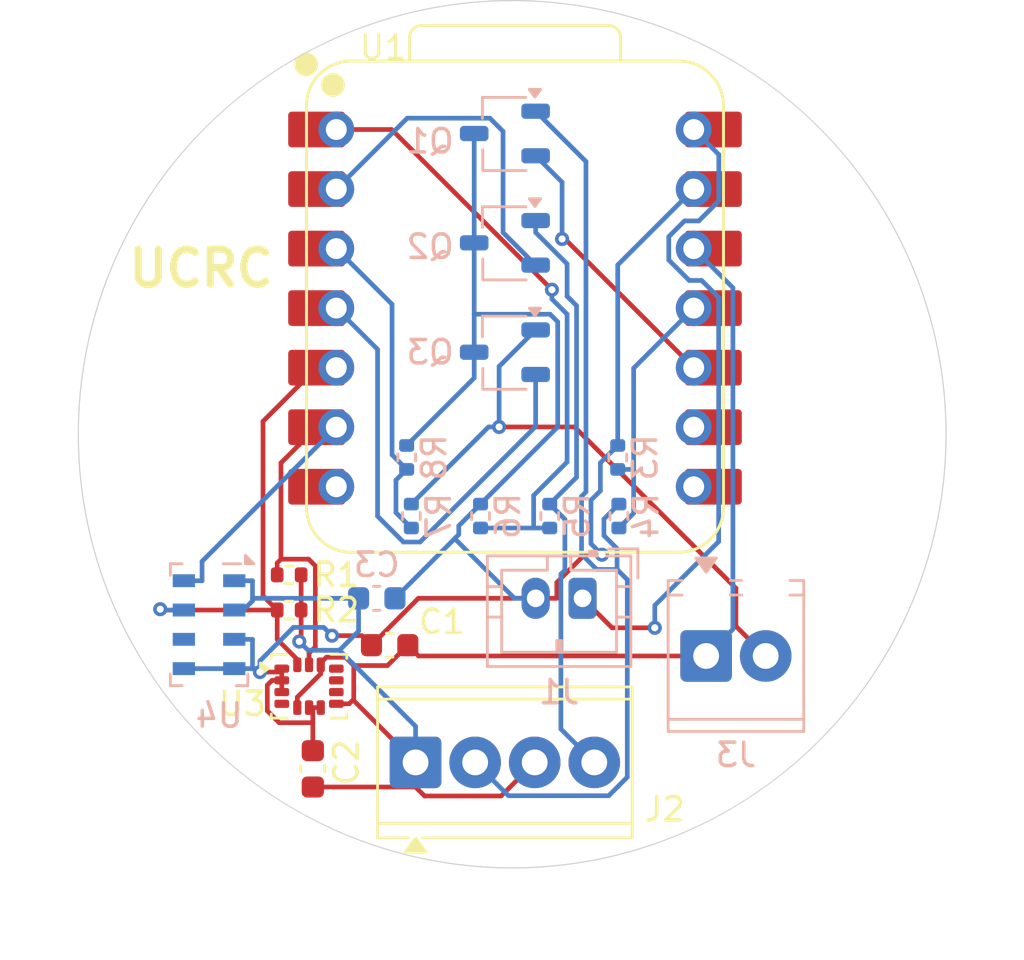
<source format=kicad_pcb>
(kicad_pcb (version 20241229) (generator "pcbnew") (generator_version "9.0")
  (layers (0 "F.Cu" signal) (2 "B.Cu" signal) (13 "F.Paste" user) (15 "B.Paste" user) (5 "F.SilkS" user "F.Silkscreen") (7 "B.SilkS" user "B.Silkscreen") (1 "F.Mask" user) (3 "B.Mask" user) (25 "Edge.Cuts" user))
  (net 0 "")
  (net 1 "+3.3V")
  (net 2 "-BATT")
  (net 3 "+BATT")
  (net 4 "/APPO")
  (net 5 "/MAIN")
  (net 6 "/MOTOR")
  (net 7 "/IGNIT 1")
  (net 8 "/IGNIT 2")
  (net 9 "/IGNIT 3")
  (net 10 "/SCL")
  (net 11 "/SDA")
  (net 12 "/CONT 1")
  (net 13 "/CONT 2")
  (net 14 "/CONT 3")
  (footprint "Capacitor_SMD:C_0603_1608Metric" (layer "F.Cu") (at 200.775 76.5)
    (property "Reference" "C1" (at 2.225 -1 0) (layer "F.SilkS"))
    (property "Value" "100nF")
    (fp_line (start -0.14058 -0.51) (end 0.14058 -0.51) (stroke (width 0.12)) (layer "F.SilkS"))
    (fp_line (start -0.14058 0.51) (end 0.14058 0.51) (stroke (width 0.12)) (layer "F.SilkS"))
    (pad "1" smd roundrect (at -0.775 0) (size 0.9 0.95) (layers "F.Cu" "F.Mask" "F.Paste") (net 2 "-BATT"))
    (pad "2" smd roundrect (at 0.775 0) (size 0.9 0.95) (layers "F.Cu" "F.Mask" "F.Paste") (net 1 "+3.3V"))
  )
  (footprint "Resistor_SMD:R_0402_1005Metric" (layer "F.Cu") (at 196.49 73.5)
    (property "Reference" "R1" (at 2.01 0 0) (layer "F.SilkS"))
    (property "Value" "10K")
    (fp_line (start -0.153641 -0.38) (end 0.153641 -0.38) (stroke (width 0.12)) (layer "F.SilkS"))
    (fp_line (start -0.153641 0.38) (end 0.153641 0.38) (stroke (width 0.12)) (layer "F.SilkS"))
    (pad "1" smd roundrect (at -0.51 0) (size 0.54 0.64) (layers "F.Cu" "F.Mask" "F.Paste") (net 10 "/SCL"))
    (pad "2" smd roundrect (at 0.51 0) (size 0.54 0.64) (layers "F.Cu" "F.Mask" "F.Paste") (net 1 "+3.3V"))
  )
  (footprint "Package_LGA:LGA-14_3x2.5mm_P0.5mm_LayoutBorder3x4y" (layer "F.Cu") (at 197.3375 78.25)
    (property "Reference" "U3" (at -2.8375 0.75 0) (layer "F.SilkS"))
    (property "Value" "LSM6DSO32")
    (fp_line (start -1.61 -1.36) (end -0.935 -1.36) (stroke (width 0.12)) (layer "F.SilkS"))
    (fp_line (start -1.61 -1.185) (end -1.61 -1.36) (stroke (width 0.12)) (layer "F.SilkS"))
    (fp_line (start -1.61 1.36) (end -1.61 1.185) (stroke (width 0.12)) (layer "F.SilkS"))
    (fp_line (start -0.935 1.36) (end -1.61 1.36) (stroke (width 0.12)) (layer "F.SilkS"))
    (fp_line (start 0.935 -1.36) (end 1.61 -1.36) (stroke (width 0.12)) (layer "F.SilkS"))
    (fp_line (start 1.61 -1.36) (end 1.61 -1.185) (stroke (width 0.12)) (layer "F.SilkS"))
    (fp_line (start 1.61 1.185) (end 1.61 1.36) (stroke (width 0.12)) (layer "F.SilkS"))
    (fp_line (start 1.61 1.36) (end 0.935 1.36) (stroke (width 0.12)) (layer "F.SilkS"))
    (fp_poly (pts (xy -1.74 -0.75) (xy -2.07 -0.51) (xy -2.07 -0.99)) (stroke (width 0.12)) (fill yes) (layer "F.SilkS"))
    (pad "1" smd roundrect (at -1.1625 -0.75) (size 0.625 0.35) (layers "F.Cu" "F.Mask" "F.Paste") (net 2 "-BATT"))
    (pad "2" smd roundrect (at -1.1625 -0.25) (size 0.625 0.35) (layers "F.Cu" "F.Mask" "F.Paste") (net 2 "-BATT"))
    (pad "3" smd roundrect (at -1.1625 0.25) (size 0.625 0.35) (layers "F.Cu" "F.Mask" "F.Paste") (net 2 "-BATT"))
    (pad "4" smd roundrect (at -1.1625 0.75) (size 0.625 0.35) (layers "F.Cu" "F.Mask" "F.Paste"))
    (pad "5" smd roundrect (at -0.5 0.9125) (size 0.35 0.625) (layers "F.Cu" "F.Mask" "F.Paste") (net 1 "+3.3V"))
    (pad "6" smd roundrect (at 0 0.9125) (size 0.35 0.625) (layers "F.Cu" "F.Mask" "F.Paste") (net 2 "-BATT"))
    (pad "7" smd roundrect (at 0.5 0.9125) (size 0.35 0.625) (layers "F.Cu" "F.Mask" "F.Paste") (net 2 "-BATT"))
    (pad "8" smd roundrect (at 1.1625 0.75) (size 0.625 0.35) (layers "F.Cu" "F.Mask" "F.Paste") (net 1 "+3.3V"))
    (pad "9" smd roundrect (at 1.1625 0.25) (size 0.625 0.35) (layers "F.Cu" "F.Mask" "F.Paste"))
    (pad "10" smd roundrect (at 1.1625 -0.25) (size 0.625 0.35) (layers "F.Cu" "F.Mask" "F.Paste"))
    (pad "11" smd roundrect (at 1.1625 -0.75) (size 0.625 0.35) (layers "F.Cu" "F.Mask" "F.Paste"))
    (pad "12" smd roundrect (at 0.5 -0.9125) (size 0.35 0.625) (layers "F.Cu" "F.Mask" "F.Paste") (net 1 "+3.3V"))
    (pad "13" smd roundrect (at 0 -0.9125) (size 0.35 0.625) (layers "F.Cu" "F.Mask" "F.Paste") (net 10 "/SCL"))
    (pad "14" smd roundrect (at -0.5 -0.9125) (size 0.35 0.625) (layers "F.Cu" "F.Mask" "F.Paste") (net 11 "/SDA"))
  )
  (footprint "TerminalBlock_Phoenix:TerminalBlock_Phoenix_MPT-0,5-4-2.54_1x04_P2.54mm_Horizontal" (layer "F.Cu") (at 201.88 81.5)
    (property "Reference" "J2" (at 10.62 2 0) (layer "F.SilkS"))
    (property "Value" "Top Screw Terminal")
    (fp_line (start -1.62 -3.22) (end 9.24 -3.22) (stroke (width 0.12)) (layer "F.SilkS"))
    (fp_line (start -1.62 -2.7) (end 9.24 -2.7) (stroke (width 0.12)) (layer "F.SilkS"))
    (fp_line (start -1.62 2.6) (end 9.24 2.6) (stroke (width 0.12)) (layer "F.SilkS"))
    (fp_line (start -1.62 3.22) (end -1.62 -3.22) (stroke (width 0.12)) (layer "F.SilkS"))
    (fp_line (start -0.3 3.22) (end -1.62 3.22) (stroke (width 0.12)) (layer "F.SilkS"))
    (fp_line (start 9.24 -3.22) (end 9.24 3.22) (stroke (width 0.12)) (layer "F.SilkS"))
    (fp_line (start 9.24 3.22) (end 0.3 3.22) (stroke (width 0.12)) (layer "F.SilkS"))
    (fp_poly (pts (xy 0 3.22) (xy 0.44 3.83) (xy -0.44 3.83)) (stroke (width 0.12)) (fill yes) (layer "F.SilkS"))
    (pad "1" thru_hole roundrect (at 0 0) (size 2.2 2.2) (drill 1.1) (layers "*.Cu" "*.Mask") (roundrect_rratio 0.113636) (net 1 "+3.3V"))
    (pad "2" thru_hole circle (at 2.54 0) (size 2.2 2.2) (drill 1.1) (layers "*.Cu" "*.Mask") (net 4 "/APPO"))
    (pad "3" thru_hole circle (at 5.08 0) (size 2.2 2.2) (drill 1.1) (layers "*.Cu" "*.Mask") (net 1 "+3.3V"))
    (pad "4" thru_hole circle (at 7.62 0) (size 2.2 2.2) (drill 1.1) (layers "*.Cu" "*.Mask") (net 5 "/MAIN"))
  )
  (footprint "Capacitor_SMD:C_0603_1608Metric" (layer "F.Cu") (at 197.5 81.775 -90)
    (property "Reference" "C2" (at -0.275 -1.43 90) (layer "F.SilkS"))
    (property "Value" "100nF")
    (fp_line (start -0.14058 0.51) (end 0.14058 0.51) (stroke (width 0.12)) (layer "F.SilkS"))
    (fp_line (start -0.14058 -0.51) (end 0.14058 -0.51) (stroke (width 0.12)) (layer "F.SilkS"))
    (pad "1" smd roundrect (at -0.775 0 270) (size 0.9 0.95) (layers "F.Cu" "F.Mask" "F.Paste") (net 2 "-BATT"))
    (pad "2" smd roundrect (at 0.775 0 270) (size 0.9 0.95) (layers "F.Cu" "F.Mask" "F.Paste") (net 1 "+3.3V"))
  )
  (footprint "MountingHole:MountingHole_5mm" (layer "F.Cu") (at 220.5 67.5)
    (property "Reference" "REF**" (hide yes))
    (property "Value" "MountingHole_5mm")
    (pad "" np_thru_hole circle (at 0 0) (size 5 5) (drill 5) (layers "*.Cu" "*.Mask"))
  )
  (footprint "MountingHole:MountingHole_5mm" (layer "F.Cu") (at 191.5 67.5)
    (property "Reference" "Trust" (hide yes))
    (property "Value" "MountingHole_5mm")
    (pad "" np_thru_hole circle (at 0 0) (size 5 5) (drill 5) (layers "*.Cu" "*.Mask"))
  )
  (footprint "Resistor_SMD:R_0402_1005Metric" (layer "F.Cu") (at 196.49 75)
    (property "Reference" "R2" (at 2.01 0 0) (layer "F.SilkS"))
    (property "Value" "10K")
    (fp_line (start -0.153641 -0.38) (end 0.153641 -0.38) (stroke (width 0.12)) (layer "F.SilkS"))
    (fp_line (start -0.153641 0.38) (end 0.153641 0.38) (stroke (width 0.12)) (layer "F.SilkS"))
    (pad "1" smd roundrect (at -0.51 0) (size 0.54 0.64) (layers "F.Cu" "F.Mask" "F.Paste") (net 11 "/SDA"))
    (pad "2" smd roundrect (at 0.51 0) (size 0.54 0.64) (layers "F.Cu" "F.Mask" "F.Paste") (net 1 "+3.3V"))
  )
  (footprint "Seeed Studio XIAO Series Library:XIAO-ESP32S3-DIP" (layer "F.Cu") (at 206.12 62.12)
    (property "Reference" "U1" (at -5.62 -11.12 0) (layer "F.SilkS") (effects (font (thickness 0.125))))
    (property "Value" "XIAO-ESP32-S3-SMD")
    (fp_line (start -8.89 8.509) (end -8.89 -8.636) (stroke (width 0.127)) (layer "F.SilkS"))
    (fp_line (start -6.985 10.414) (end 6.985 10.414) (stroke (width 0.127)) (layer "F.SilkS"))
    (fp_line (start -4.495 -10.541) (end -4.491272 -11.551272) (stroke (width 0.127)) (layer "F.SilkS"))
    (fp_line (start -3.991272 -12.051) (end 4.004 -12.051) (stroke (width 0.127)) (layer "F.SilkS"))
    (fp_line (start 4.504 -11.551) (end 4.504 -10.541) (stroke (width 0.127)) (layer "F.SilkS"))
    (fp_line (start 6.985 -10.541) (end -6.985 -10.541) (stroke (width 0.1)) (layer "F.SilkS"))
    (fp_line (start 6.985 -10.541) (end -6.985 -10.541) (stroke (width 0.127)) (layer "F.SilkS"))
    (fp_line (start 8.89 8.509) (end 8.89 -8.636) (stroke (width 0.127)) (layer "F.SilkS"))
    (fp_arc (start -8.89 -8.636) (mid -8.332038 -9.983038) (end -6.985 -10.541) (stroke (width 0.127)) (layer "F.SilkS"))
    (fp_arc (start -6.985 10.414) (mid -8.332038 9.856038) (end -8.89 8.509) (stroke (width 0.127)) (layer "F.SilkS"))
    (fp_arc (start -4.491272 -11.551272) (mid -4.344728 -11.90464) (end -3.991272 -12.051) (stroke (width 0.127)) (layer "F.SilkS"))
    (fp_arc (start 4.004 -12.051) (mid 4.357553 -11.904553) (end 4.504 -11.551) (stroke (width 0.127)) (layer "F.SilkS"))
    (fp_arc (start 6.985 -10.541) (mid 8.332038 -9.983038) (end 8.89 -8.636) (stroke (width 0.127)) (layer "F.SilkS"))
    (fp_arc (start 8.89 8.509) (mid 8.332038 9.856038) (end 6.985 10.414) (stroke (width 0.127)) (layer "F.SilkS"))
    (fp_circle (center -8.904 -10.4) (end -8.904 -10.654) (stroke (width 0.5)) (fill yes) (layer "F.SilkS"))
    (fp_circle (center -7.761 -9.52) (end -7.761 -9.774) (stroke (width 0.5)) (fill yes) (layer "F.SilkS"))
    (pad "1" smd roundrect (at -8.455 -7.62 180) (size 2.432 1.524) (layers "F.Cu" "F.Mask") (roundrect_rratio 0.1) (net 13 "/CONT 2"))
    (pad "1" thru_hole circle (at -7.62 -7.62 180) (size 1.524 1.524) (drill 0.889) (layers "*.Cu" "*.Mask") (net 13 "/CONT 2"))
    (pad "2" smd roundrect (at -8.455 -5.08 180) (size 2.432 1.524) (layers "F.Cu" "F.Mask") (roundrect_rratio 0.1) (net 8 "/IGNIT 2"))
    (pad "2" thru_hole circle (at -7.62 -5.08 180) (size 1.524 1.524) (drill 0.889) (layers "*.Cu" "*.Mask") (net 8 "/IGNIT 2"))
    (pad "3" smd roundrect (at -8.455 -2.54 180) (size 2.432 1.524) (layers "F.Cu" "F.Mask") (roundrect_rratio 0.1) (net 14 "/CONT 3"))
    (pad "3" thru_hole circle (at -7.62 -2.54 180) (size 1.524 1.524) (drill 0.889) (layers "*.Cu" "*.Mask") (net 14 "/CONT 3"))
    (pad "4" smd roundrect (at -8.455 0 180) (size 2.432 1.524) (layers "F.Cu" "F.Mask") (roundrect_rratio 0.1) (net 9 "/IGNIT 3"))
    (pad "4" thru_hole circle (at -7.62 0 180) (size 1.524 1.524) (drill 0.889) (layers "*.Cu" "*.Mask") (net 9 "/IGNIT 3"))
    (pad "5" smd roundrect (at -8.455 2.54 180) (size 2.432 1.524) (layers "F.Cu" "F.Mask") (roundrect_rratio 0.1) (net 11 "/SDA"))
    (pad "5" thru_hole circle (at -7.62 2.54 180) (size 1.524 1.524) (drill 0.889) (layers "*.Cu" "*.Mask") (net 11 "/SDA"))
    (pad "6" smd roundrect (at -8.455 5.08 180) (size 2.432 1.524) (layers "F.Cu" "F.Mask") (roundrect_rratio 0.1) (net 10 "/SCL"))
    (pad "6" thru_hole circle (at -7.62 5.08 180) (size 1.524 1.524) (drill 0.889) (layers "*.Cu" "*.Mask") (net 10 "/SCL"))
    (pad "7" smd roundrect (at -8.455 7.62 180) (size 2.432 1.524) (layers "F.Cu" "F.Mask") (roundrect_rratio 0.1))
    (pad "7" thru_hole circle (at -7.62 7.62 180) (size 1.524 1.524) (drill 0.889) (layers "*.Cu" "*.Mask"))
    (pad "8" thru_hole circle (at 7.62 7.62) (size 1.524 1.524) (drill 0.889) (layers "*.Cu" "*.Mask"))
    (pad "8" smd roundrect (at 8.455 7.62) (size 2.432 1.524) (layers "F.Cu" "F.Mask") (roundrect_rratio 0.1))
    (pad "9" thru_hole circle (at 7.62 5.08) (size 1.524 1.524) (drill 0.889) (layers "*.Cu" "*.Mask"))
    (pad "9" smd roundrect (at 8.455 5.08) (size 2.432 1.524) (layers "F.Cu" "F.Mask") (roundrect_rratio 0.1))
    (pad "10" thru_hole circle (at 7.62 2.54) (size 1.524 1.524) (drill 0.889) (layers "*.Cu" "*.Mask") (net 7 "/IGNIT 1"))
    (pad "10" smd roundrect (at 8.455 2.54) (size 2.432 1.524) (layers "F.Cu" "F.Mask") (roundrect_rratio 0.1) (net 7 "/IGNIT 1"))
    (pad "11" thru_hole circle (at 7.62 0) (size 1.524 1.524) (drill 0.889) (layers "*.Cu" "*.Mask") (net 12 "/CONT 1"))
    (pad "11" smd roundrect (at 8.455 0) (size 2.432 1.524) (layers "F.Cu" "F.Mask") (roundrect_rratio 0.1) (net 12 "/CONT 1"))
    (pad "12" thru_hole circle (at 7.62 -2.54) (size 1.524 1.524) (drill 0.889) (layers "*.Cu" "*.Mask") (net 1 "+3.3V"))
    (pad "12" smd roundrect (at 8.455 -2.54) (size 2.432 1.524) (layers "F.Cu" "F.Mask") (roundrect_rratio 0.1) (net 1 "+3.3V"))
    (pad "13" thru_hole circle (at 7.62 -5.08) (size 1.524 1.524) (drill 0.889) (layers "*.Cu" "*.Mask") (net 2 "-BATT"))
    (pad "13" smd roundrect (at 8.455 -5.08) (size 2.432 1.524) (layers "F.Cu" "F.Mask") (roundrect_rratio 0.1) (net 2 "-BATT"))
    (pad "14" thru_hole circle (at 7.62 -7.62) (size 1.524 1.524) (drill 0.889) (layers "*.Cu" "*.Mask") (net 3 "+BATT"))
    (pad "14" smd roundrect (at 8.455 -7.62) (size 2.432 1.524) (layers "F.Cu" "F.Mask") (roundrect_rratio 0.1) (net 3 "+BATT"))
  )
  (footprint "Resistor_SMD:R_0402_1005Metric" (layer "B.Cu") (at 210.55 70.99 90)
    (property "Reference" "R4" (at 0 1.17 90) (layer "B.SilkS") (effects (justify mirror)))
    (property "Value" "10K")
    (fp_line (start -0.153641 -0.38) (end 0.153641 -0.38) (stroke (width 0.12)) (layer "B.SilkS"))
    (fp_line (start -0.153641 0.38) (end 0.153641 0.38) (stroke (width 0.12)) (layer "B.SilkS"))
    (pad "1" smd roundrect (at -0.51 0 90) (size 0.54 0.64) (layers "B.Cu" "B.Mask" "B.Paste") (net 12 "/CONT 1"))
    (pad "2" smd roundrect (at 0.51 0 90) (size 0.54 0.64) (layers "B.Cu" "B.Mask" "B.Paste") (net 4 "/APPO"))
  )
  (footprint "Resistor_SMD:R_0402_1005Metric" (layer "B.Cu") (at 201.5 68.49 90)
    (property "Reference" "R8" (at 0 1.17 90) (layer "B.SilkS") (effects (justify mirror)))
    (property "Value" "10K")
    (fp_line (start -0.153641 -0.38) (end 0.153641 -0.38) (stroke (width 0.12)) (layer "B.SilkS"))
    (fp_line (start -0.153641 0.38) (end 0.153641 0.38) (stroke (width 0.12)) (layer "B.SilkS"))
    (pad "1" smd roundrect (at -0.51 0 90) (size 0.54 0.64) (layers "B.Cu" "B.Mask" "B.Paste") (net 14 "/CONT 3"))
    (pad "2" smd roundrect (at 0.51 0 90) (size 0.54 0.64) (layers "B.Cu" "B.Mask" "B.Paste") (net 2 "-BATT"))
  )
  (footprint "Resistor_SMD:R_0402_1005Metric" (layer "B.Cu") (at 207.6 70.99 90)
    (property "Reference" "R5" (at 0 1.17 90) (layer "B.SilkS") (effects (justify mirror)))
    (property "Value" "10K")
    (fp_line (start -0.153641 -0.38) (end 0.153641 -0.38) (stroke (width 0.12)) (layer "B.SilkS"))
    (fp_line (start -0.153641 0.38) (end 0.153641 0.38) (stroke (width 0.12)) (layer "B.SilkS"))
    (pad "1" smd roundrect (at -0.51 0 90) (size 0.54 0.64) (layers "B.Cu" "B.Mask" "B.Paste") (net 13 "/CONT 2"))
    (pad "2" smd roundrect (at 0.51 0 90) (size 0.54 0.64) (layers "B.Cu" "B.Mask" "B.Paste") (net 5 "/MAIN"))
  )
  (footprint "Package_LGA:LGA-8_3x5mm_P1.25mm" (layer "B.Cu") (at 193.075 75.625 180)
    (property "Reference" "U4" (at -0.425 -3.875 0) (layer "B.SilkS") (effects (justify mirror)))
    (property "Value" "MS5611-01BA")
    (fp_line (start 1.65 2.6) (end 1.65 2.1) (stroke (width 0.12)) (layer "B.SilkS"))
    (fp_line (start 1.65 -2.1) (end 1.65 -2.6) (stroke (width 0.12)) (layer "B.SilkS"))
    (fp_line (start 1.65 -2.6) (end 1.15 -2.6) (stroke (width 0.12)) (layer "B.SilkS"))
    (fp_line (start 1.15 2.6) (end 1.65 2.6) (stroke (width 0.12)) (layer "B.SilkS"))
    (fp_line (start -1.15 -2.6) (end -1.65 -2.6) (stroke (width 0.12)) (layer "B.SilkS"))
    (fp_line (start -1.35 2.6) (end -0.6 2.6) (stroke (width 0.12)) (layer "B.SilkS"))
    (fp_line (start -1.65 -2.6) (end -1.65 -2.1) (stroke (width 0.12)) (layer "B.SilkS"))
    (fp_poly (pts (xy -1.55 2.6) (xy -1.91 2.6) (xy -1.55 2.96) (xy -1.55 2.6)) (stroke (width 0.12)) (fill yes) (layer "B.SilkS"))
    (pad "1" smd rect (at -1.075 1.875 180) (size 0.95 0.55) (layers "B.Cu" "B.Mask" "B.Paste") (net 1 "+3.3V"))
    (pad "2" smd rect (at -1.075 0.625 180) (size 0.95 0.55) (layers "B.Cu" "B.Mask" "B.Paste") (net 1 "+3.3V"))
    (pad "3" smd rect (at -1.075 -0.625 180) (size 0.95 0.55) (layers "B.Cu" "B.Mask" "B.Paste") (net 2 "-BATT"))
    (pad "4" smd rect (at -1.075 -1.875 180) (size 0.95 0.55) (layers "B.Cu" "B.Mask" "B.Paste") (net 2 "-BATT"))
    (pad "5" smd rect (at 1.075 -1.875 180) (size 0.95 0.55) (layers "B.Cu" "B.Mask" "B.Paste") (net 2 "-BATT"))
    (pad "6" smd rect (at 1.075 -0.625 180) (size 0.95 0.55) (layers "B.Cu" "B.Mask" "B.Paste"))
    (pad "7" smd rect (at 1.075 0.625 180) (size 0.95 0.55) (layers "B.Cu" "B.Mask" "B.Paste") (net 11 "/SDA"))
    (pad "8" smd rect (at 1.075 1.875 180) (size 0.95 0.55) (layers "B.Cu" "B.Mask" "B.Paste") (net 10 "/SCL"))
  )
  (footprint "TerminalBlock_Phoenix:TerminalBlock_Phoenix_MPT-0,5-2-2.54_1x02_P2.54mm_Horizontal" (layer "B.Cu") (at 214.2697 76.96)
    (property "Reference" "J3" (at 1.27 4.22 0) (layer "B.SilkS") (effects (justify mirror)))
    (property "Value" "Bottom Screw Terminal")
    (fp_line (start -1.62 -3.22) (end -1.62 3.22) (stroke (width 0.12)) (layer "B.SilkS"))
    (fp_line (start -1.62 -2.6) (end -1.03 -2.6) (stroke (width 0.12)) (layer "B.SilkS"))
    (fp_line (start -1.62 2.7) (end 4.16 2.7) (stroke (width 0.12)) (layer "B.SilkS"))
    (fp_line (start -1.62 3.22) (end 4.16 3.22) (stroke (width 0.12)) (layer "B.SilkS"))
    (fp_line (start -1.03 -3.22) (end -1.62 -3.22) (stroke (width 0.12)) (layer "B.SilkS"))
    (fp_line (start 1.03 -2.6) (end 1.51 -2.6) (stroke (width 0.12)) (layer "B.SilkS"))
    (fp_line (start 1.51 -3.22) (end 1.03 -3.22) (stroke (width 0.12)) (layer "B.SilkS"))
    (fp_line (start 3.57 -2.6) (end 4.16 -2.6) (stroke (width 0.12)) (layer "B.SilkS"))
    (fp_line (start 4.16 -3.22) (end 3.57 -3.22) (stroke (width 0.12)) (layer "B.SilkS"))
    (fp_line (start 4.16 3.22) (end 4.16 -3.22) (stroke (width 0.12)) (layer "B.SilkS"))
    (fp_poly (pts (xy 0 -3.57) (xy 0.44 -4.18) (xy -0.44 -4.18)) (stroke (width 0.12)) (fill yes) (layer "B.SilkS"))
    (pad "" np_thru_hole circle (at 0 -2.54) (size 1.1 1.1) (drill 1.1) (layers "*.Cu" "*.Mask"))
    (pad "" np_thru_hole circle (at 2.54 -2.54) (size 1.1 1.1) (drill 1.1) (layers "*.Cu" "*.Mask"))
    (pad "1" thru_hole roundrect (at 0 0) (size 2.2 2.2) (drill 1.1) (layers "*.Cu" "*.Mask") (roundrect_rratio 0.113636) (net 1 "+3.3V"))
    (pad "2" thru_hole circle (at 2.54 0) (size 2.2 2.2) (drill 1.1) (layers "*.Cu" "*.Mask") (net 6 "/MOTOR"))
  )
  (footprint "Connector_JST:JST_PH_B2B-PH-K_1x02_P2.00mm_Vertical" (layer "B.Cu") (at 209 74.5 180)
    (property "Reference" "J1" (at 1 -4 0) (layer "B.SilkS") (effects (justify mirror)))
    (property "Value" "Battery Connector")
    (fp_line (start 4.06 1.81) (end -2.06 1.81) (stroke (width 0.12)) (layer "B.SilkS"))
    (fp_line (start 4.06 0.5) (end 3.45 0.5) (stroke (width 0.12)) (layer "B.SilkS"))
    (fp_line (start 4.06 -0.8) (end 3.45 -0.8) (stroke (width 0.12)) (layer "B.SilkS"))
    (fp_line (start 4.06 -2.91) (end 4.06 1.81) (stroke (width 0.12)) (layer "B.SilkS"))
    (fp_line (start 3.45 1.2) (end 1.5 1.2) (stroke (width 0.12)) (layer "B.SilkS"))
    (fp_line (start 3.45 -2.3) (end 3.45 1.2) (stroke (width 0.12)) (layer "B.SilkS"))
    (fp_line (start 1.5 1.2) (end 1.5 1.81) (stroke (width 0.12)) (layer "B.SilkS"))
    (fp_line (start 1.1 -1.8) (end 1.1 -2.3) (stroke (width 0.12)) (layer "B.SilkS"))
    (fp_line (start 1 -2.3) (end 1 -1.8) (stroke (width 0.12)) (layer "B.SilkS"))
    (fp_line (start 0.9 -1.8) (end 1.1 -1.8) (stroke (width 0.12)) (layer "B.SilkS"))
    (fp_line (start 0.9 -2.3) (end 0.9 -1.8) (stroke (width 0.12)) (layer "B.SilkS"))
    (fp_line (start 0.5 1.81) (end 0.5 1.2) (stroke (width 0.12)) (layer "B.SilkS"))
    (fp_line (start 0.5 1.2) (end -1.45 1.2) (stroke (width 0.12)) (layer "B.SilkS"))
    (fp_line (start -0.3 2.01) (end -0.6 2.01) (stroke (width 0.12)) (layer "B.SilkS"))
    (fp_line (start -0.3 1.91) (end -0.6 1.91) (stroke (width 0.12)) (layer "B.SilkS"))
    (fp_line (start -0.3 1.81) (end -0.3 2.01) (stroke (width 0.12)) (layer "B.SilkS"))
    (fp_line (start -0.6 2.01) (end -0.6 1.81) (stroke (width 0.12)) (layer "B.SilkS"))
    (fp_line (start -1.11 2.11) (end -2.36 2.11) (stroke (width 0.12)) (layer "B.SilkS"))
    (fp_line (start -1.45 1.2) (end -1.45 -2.3) (stroke (width 0.12)) (layer "B.SilkS"))
    (fp_line (start -1.45 -2.3) (end 3.45 -2.3) (stroke (width 0.12)) (layer "B.SilkS"))
    (fp_line (start -2.06 1.81) (end -2.06 -2.91) (stroke (width 0.12)) (layer "B.SilkS"))
    (fp_line (start -2.06 0.5) (end -1.45 0.5) (stroke (width 0.12)) (layer "B.SilkS"))
    (fp_line (start -2.06 -0.8) (end -1.45 -0.8) (stroke (width 0.12)) (layer "B.SilkS"))
    (fp_line (start -2.06 -2.91) (end 4.06 -2.91) (stroke (width 0.12)) (layer "B.SilkS"))
    (fp_line (start -2.36 2.11) (end -2.36 0.86) (stroke (width 0.12)) (layer "B.SilkS"))
    (pad "1" thru_hole roundrect (at 0 0 180) (size 1.2 1.75) (drill 0.75) (layers "*.Cu" "*.Mask") (roundrect_rratio 0.208333) (net 3 "+BATT"))
    (pad "2" thru_hole oval (at 2 0 180) (size 1.2 1.75) (drill 0.75) (layers "*.Cu" "*.Mask") (net 2 "-BATT"))
  )
  (footprint "Resistor_SMD:R_0402_1005Metric" (layer "B.Cu") (at 204.65 70.99 90)
    (property "Reference" "R6" (at 0 1.17 90) (layer "B.SilkS") (effects (justify mirror)))
    (property "Value" "10K")
    (fp_line (start -0.153641 -0.38) (end 0.153641 -0.38) (stroke (width 0.12)) (layer "B.SilkS"))
    (fp_line (start -0.153641 0.38) (end 0.153641 0.38) (stroke (width 0.12)) (layer "B.SilkS"))
    (pad "1" smd roundrect (at -0.51 0 90) (size 0.54 0.64) (layers "B.Cu" "B.Mask" "B.Paste") (net 13 "/CONT 2"))
    (pad "2" smd roundrect (at 0.51 0 90) (size 0.54 0.64) (layers "B.Cu" "B.Mask" "B.Paste") (net 2 "-BATT"))
  )
  (footprint "Resistor_SMD:R_0402_1005Metric" (layer "B.Cu") (at 210.5 68.49 90)
    (property "Reference" "R3" (at 0 1.17 90) (layer "B.SilkS") (effects (justify mirror)))
    (property "Value" "10K")
    (fp_line (start -0.153641 -0.38) (end 0.153641 -0.38) (stroke (width 0.12)) (layer "B.SilkS"))
    (fp_line (start -0.153641 0.38) (end 0.153641 0.38) (stroke (width 0.12)) (layer "B.SilkS"))
    (pad "1" smd roundrect (at -0.51 0 90) (size 0.54 0.64) (layers "B.Cu" "B.Mask" "B.Paste") (net 12 "/CONT 1"))
    (pad "2" smd roundrect (at 0.51 0 90) (size 0.54 0.64) (layers "B.Cu" "B.Mask" "B.Paste") (net 2 "-BATT"))
  )
  (footprint "Capacitor_SMD:C_0603_1608Metric" (layer "B.Cu") (at 200.225 74.5 180)
    (property "Reference" "C3" (at 0 1.43 0) (layer "B.SilkS") (effects (justify mirror)))
    (property "Value" "100nF")
    (fp_line (start -0.14058 0.51) (end 0.14058 0.51) (stroke (width 0.12)) (layer "B.SilkS"))
    (fp_line (start -0.14058 -0.51) (end 0.14058 -0.51) (stroke (width 0.12)) (layer "B.SilkS"))
    (pad "1" smd roundrect (at -0.775 0 180) (size 0.9 0.95) (layers "B.Cu" "B.Mask" "B.Paste") (net 2 "-BATT"))
    (pad "2" smd roundrect (at 0.775 0 180) (size 0.9 0.95) (layers "B.Cu" "B.Mask" "B.Paste") (net 1 "+3.3V"))
  )
  (footprint "Package_TO_SOT_SMD:TSOT-23" (layer "B.Cu") (at 205.69 64 180)
    (property "Reference" "Q3" (at 3.19 0 0) (layer "B.SilkS") (effects (justify mirror)))
    (property "Value" "Q_NMOS_DGS")
    (fp_line (start 0.96 1.54) (end 0.96 0.65) (stroke (width 0.12)) (layer "B.SilkS"))
    (fp_line (start 0.96 1.54) (end -0.89 1.54) (stroke (width 0.12)) (layer "B.SilkS"))
    (fp_line (start 0.945 -0.69) (end 0.945 -1.58) (stroke (width 0.12)) (layer "B.SilkS"))
    (fp_line (start 0.945 -1.58) (end -0.905 -1.58) (stroke (width 0.12)) (layer "B.SilkS"))
    (fp_poly (pts (xy -1.28 1.55) (xy -1.52 1.88) (xy -1.04 1.88) (xy -1.28 1.55)) (stroke (width 0.12)) (fill yes) (layer "B.SilkS"))
    (pad "1" smd roundrect (at -1.31 0.95 180) (size 1.22 0.65) (layers "B.Cu" "B.Mask" "B.Paste") (net 6 "/MOTOR"))
    (pad "2" smd roundrect (at -1.31 -0.95 180) (size 1.22 0.65) (layers "B.Cu" "B.Mask" "B.Paste") (net 9 "/IGNIT 3"))
    (pad "3" smd roundrect (at 1.31 0 180) (size 1.22 0.65) (layers "B.Cu" "B.Mask" "B.Paste") (net 2 "-BATT"))
  )
  (footprint "Package_TO_SOT_SMD:TSOT-23" (layer "B.Cu") (at 205.69 54.67 180)
    (property "Reference" "Q1" (at 3.19 -0.33 0) (layer "B.SilkS") (effects (justify mirror)))
    (property "Value" "Q_NMOS_DGS")
    (fp_line (start 0.96 1.54) (end 0.96 0.65) (stroke (width 0.12)) (layer "B.SilkS"))
    (fp_line (start 0.96 1.54) (end -0.89 1.54) (stroke (width 0.12)) (layer "B.SilkS"))
    (fp_line (start 0.945 -0.69) (end 0.945 -1.58) (stroke (width 0.12)) (layer "B.SilkS"))
    (fp_line (start 0.945 -1.58) (end -0.905 -1.58) (stroke (width 0.12)) (layer "B.SilkS"))
    (fp_poly (pts (xy -1.28 1.55) (xy -1.52 1.88) (xy -1.04 1.88) (xy -1.28 1.55)) (stroke (width 0.12)) (fill yes) (layer "B.SilkS"))
    (pad "1" smd roundrect (at -1.31 0.95 180) (size 1.22 0.65) (layers "B.Cu" "B.Mask" "B.Paste") (net 4 "/APPO"))
    (pad "2" smd roundrect (at -1.31 -0.95 180) (size 1.22 0.65) (layers "B.Cu" "B.Mask" "B.Paste") (net 7 "/IGNIT 1"))
    (pad "3" smd roundrect (at 1.31 0 180) (size 1.22 0.65) (layers "B.Cu" "B.Mask" "B.Paste") (net 2 "-BATT"))
  )
  (footprint "Package_TO_SOT_SMD:TSOT-23" (layer "B.Cu") (at 205.69 59.335 180)
    (property "Reference" "Q2" (at 3.19 -0.165 0) (layer "B.SilkS") (effects (justify mirror)))
    (property "Value" "Q_NMOS_DGS")
    (fp_line (start 0.96 1.54) (end 0.96 0.65) (stroke (width 0.12)) (layer "B.SilkS"))
    (fp_line (start 0.96 1.54) (end -0.89 1.54) (stroke (width 0.12)) (layer "B.SilkS"))
    (fp_line (start 0.945 -0.69) (end 0.945 -1.58) (stroke (width 0.12)) (layer "B.SilkS"))
    (fp_line (start 0.945 -1.58) (end -0.905 -1.58) (stroke (width 0.12)) (layer "B.SilkS"))
    (fp_poly (pts (xy -1.28 1.55) (xy -1.52 1.88) (xy -1.04 1.88) (xy -1.28 1.55)) (stroke (width 0.12)) (fill yes) (layer "B.SilkS"))
    (pad "1" smd roundrect (at -1.31 0.95 180) (size 1.22 0.65) (layers "B.Cu" "B.Mask" "B.Paste") (net 5 "/MAIN"))
    (pad "2" smd roundrect (at -1.31 -0.95 180) (size 1.22 0.65) (layers "B.Cu" "B.Mask" "B.Paste") (net 8 "/IGNIT 2"))
    (pad "3" smd roundrect (at 1.31 0 180) (size 1.22 0.65) (layers "B.Cu" "B.Mask" "B.Paste") (net 2 "-BATT"))
  )
  (footprint "Resistor_SMD:R_0402_1005Metric" (layer "B.Cu") (at 201.7 70.99 90)
    (property "Reference" "R7" (at 0 1.17 90) (layer "B.SilkS") (effects (justify mirror)))
    (property "Value" "10K")
    (fp_line (start -0.153641 -0.38) (end 0.153641 -0.38) (stroke (width 0.12)) (layer "B.SilkS"))
    (fp_line (start -0.153641 0.38) (end 0.153641 0.38) (stroke (width 0.12)) (layer "B.SilkS"))
    (pad "1" smd roundrect (at -0.51 0 90) (size 0.54 0.64) (layers "B.Cu" "B.Mask" "B.Paste") (net 14 "/CONT 3"))
    (pad "2" smd roundrect (at 0.51 0 90) (size 0.54 0.64) (layers "B.Cu" "B.Mask" "B.Paste") (net 6 "/MOTOR"))
  )
  (gr_circle (center 206 67.5) (end 224.5 67.5) (stroke (width 0.05)) (fill no) (layer "Edge.Cuts"))
  (gr_text "UCRC" (at 189.5 61.3015 0) (layer "F.SilkS") (effects (font (size 1.5 1.5) (thickness 0.3) (bold yes)) (justify left bottom)))
  (segment (start 197.8375 77.7172) (end 196.8375 78.7172) (width 0.2) (layer "F.Cu") (net 1))
  (segment (start 200.6809 77.3691) (end 199.2441 77.3691) (width 0.2) (layer "F.Cu") (net 1))
  (segment (start 197.8375 77.3375) (end 197.8375 77.7172) (width 0.2) (layer "F.Cu") (net 1))
  (segment (start 201.55 76.5) (end 200.6809 77.3691) (width 0.2) (layer "F.Cu") (net 1))
  (segment (start 214.575 59.58) (end 213.74 59.58) (width 0.2) (layer "F.Cu") (net 1))
  (segment (start 197 76.264) (end 197 75) (width 0.2) (layer "F.Cu") (net 1))
  (segment (start 199.2441 77.3691) (end 199.2441 78.8059) (width 0.2) (layer "F.Cu") (net 1))
  (segment (start 197.8375 77.2568) (end 198.0791 77.0152) (width 0.2) (layer "F.Cu") (net 1))
  (segment (start 199.2441 78.8059) (end 199.215 78.835) (width 0.2) (layer "F.Cu") (net 1))
  (segment (start 206.96 81.5) (end 205.5275 82.9325) (width 0.2) (layer "F.Cu") (net 1))
  (segment (start 196.8375 78.7172) (end 196.8375 79.1625) (width 0.2) (layer "F.Cu") (net 1))
  (segment (start 202.2625 82.9325) (end 201.88 82.55) (width 0.2) (layer "F.Cu") (net 1))
  (segment (start 205.5275 82.9325) (end 202.2625 82.9325) (width 0.2) (layer "F.Cu") (net 1))
  (segment (start 201.88 82.55) (end 197.5 82.55) (width 0.2) (layer "F.Cu") (net 1))
  (segment (start 198.8902 77.0152) (end 199.2441 77.3691) (width 0.2) (layer "F.Cu") (net 1))
  (segment (start 201.88 81.5) (end 201.88 82.55) (width 0.2) (layer "F.Cu") (net 1))
  (segment (start 199.215 78.835) (end 199.05 79) (width 0.2) (layer "F.Cu") (net 1))
  (segment (start 214.2697 76.96) (end 202.01 76.96) (width 0.2) (layer "F.Cu") (net 1))
  (segment (start 196.9218 76.3422) (end 197 76.264) (width 0.2) (layer "F.Cu") (net 1))
  (segment (start 197.8375 77.3375) (end 197.8375 77.2568) (width 0.2) (layer "F.Cu") (net 1))
  (segment (start 201.88 81.5) (end 199.215 78.835) (width 0.2) (layer "F.Cu") (net 1))
  (segment (start 202.01 76.96) (end 201.55 76.5) (width 0.2) (layer "F.Cu") (net 1))
  (segment (start 198.0791 77.0152) (end 198.8902 77.0152) (width 0.2) (layer "F.Cu") (net 1))
  (segment (start 197 73.5) (end 197 75) (width 0.2) (layer "F.Cu") (net 1))
  (segment (start 199.05 79) (end 198.5 79) (width 0.2) (layer "F.Cu") (net 1))
  (via (at 196.9218 76.3422) (size 0.6) (drill 0.3) (layers "F.Cu" "B.Cu") (net 1))
  (segment (start 215.411 75.8187) (end 215.411 61.251) (width 0.2) (layer "B.Cu") (net 1))
  (segment (start 199.45 74.5) (end 199.45 75.902) (width 0.2) (layer "B.Cu") (net 1))
  (segment (start 215.411 61.251) (end 213.74 59.58) (width 0.2) (layer "B.Cu") (net 1))
  (segment (start 194.15 73.75) (end 194.9267 73.75) (width 0.2) (layer "B.Cu") (net 1))
  (segment (start 197.2963 76.7167) (end 196.9218 76.3422) (width 0.2) (layer "B.Cu") (net 1))
  (segment (start 198.6353 76.7167) (end 201.88 79.9614) (width 0.2) (layer "B.Cu") (net 1))
  (segment (start 194.9267 74.6117) (end 194.5384 75) (width 0.2) (layer "B.Cu") (net 1))
  (segment (start 198.6353 76.7167) (end 197.2963 76.7167) (width 0.2) (layer "B.Cu") (net 1))
  (segment (start 194.15 75) (end 194.5384 75) (width 0.2) (layer "B.Cu") (net 1))
  (segment (start 194.9267 74.5) (end 199.45 74.5) (width 0.2) (layer "B.Cu") (net 1))
  (segment (start 214.2697 76.96) (end 215.411 75.8187) (width 0.2) (layer "B.Cu") (net 1))
  (segment (start 199.45 75.902) (end 198.6353 76.7167) (width 0.2) (layer "B.Cu") (net 1))
  (segment (start 201.88 79.9614) (end 201.88 81.5) (width 0.2) (layer "B.Cu") (net 1))
  (segment (start 194.9267 73.75) (end 194.9267 74.5) (width 0.2) (layer "B.Cu") (net 1))
  (segment (start 194.9267 74.5) (end 194.9267 74.6117) (width 0.2) (layer "B.Cu") (net 1))
  (segment (start 197.5 79.8064) (end 197.5 81) (width 0.2) (layer "F.Cu") (net 2))
  (segment (start 197.5 79.1625) (end 197.5 79.8064) (width 0.2) (layer "F.Cu") (net 2))
  (segment (start 209.0851 72.6403) (end 209.8288 72.6403) (width 0.2) (layer "F.Cu") (net 2))
  (segment (start 207.9017 74.5) (end 207.9017 73.8237) (width 0.2) (layer "F.Cu") (net 2))
  (segment (start 207.9017 73.8237) (end 209.0851 72.6403) (width 0.2) (layer "F.Cu") (net 2))
  (segment (start 197.3375 79.1625) (end 197.5 79.1625) (width 0.2) (layer "F.Cu") (net 2))
  (segment (start 198.3167 76.0934) (end 199.5934 76.0934) (width 0.2) (layer "F.Cu") (net 2))
  (segment (start 195.5584 79.3004) (end 196.0644 79.8064) (width 0.2) (layer "F.Cu") (net 2))
  (segment (start 197.5 79.1625) (end 197.8375 79.1625) (width 0.2) (layer "F.Cu") (net 2))
  (segment (start 202 74.5) (end 207 74.5) (width 0.2) (layer "F.Cu") (net 2))
  (segment (start 199.5934 76.0934) (end 200 76.5) (width 0.2) (layer "F.Cu") (net 2))
  (segment (start 195.5584 78.2039) (end 195.5584 79.3004) (width 0.2) (layer "F.Cu") (net 2))
  (segment (start 195.7623 78) (end 195.5584 78.2039) (width 0.2) (layer "F.Cu") (net 2))
  (segment (start 196.0644 79.8064) (end 197.5 79.8064) (width 0.2) (layer "F.Cu") (net 2))
  (segment (start 196.175 77.6454) (end 196.175 78) (width 0.2) (layer "F.Cu") (net 2))
  (segment (start 200 76.5) (end 202 74.5) (width 0.2) (layer "F.Cu") (net 2))
  (segment (start 213.74 57.04) (end 214.575 57.04) (width 0.2) (layer "F.Cu") (net 2))
  (segment (start 196.175 77.5) (end 196.175 77.6454) (width 0.2) (layer "F.Cu") (net 2))
  (segment (start 207 74.5) (end 207.9017 74.5) (width 0.2) (layer "F.Cu") (net 2))
  (segment (start 196.175 78) (end 195.7623 78) (width 0.2) (layer "F.Cu") (net 2))
  (segment (start 196.175 78.5) (end 196.175 78) (width 0.2) (layer "F.Cu") (net 2))
  (segment (start 196.175 77.6454) (end 195.2436 77.6454) (width 0.2) (layer "F.Cu") (net 2))
  (via (at 198.3167 76.0934) (size 0.6) (drill 0.3) (layers "F.Cu" "B.Cu") (net 2))
  (via (at 195.2436 77.6454) (size 0.6) (drill 0.3) (layers "F.Cu" "B.Cu") (net 2))
  (via (at 209.8288 72.6403) (size 0.6) (drill 0.3) (layers "F.Cu" "B.Cu") (net 2))
  (segment (start 204.65 70.48) (end 203.7214 71.4086) (width 0.2) (layer "B.Cu") (net 2))
  (segment (start 203.5492 71.9508) (end 201 74.5) (width 0.2) (layer "B.Cu") (net 2))
  (segment (start 203.7214 71.4086) (end 203.7214 71.7786) (width 0.2) (layer "B.Cu") (net 2))
  (segment (start 204.38 64) (end 204.38 65.1) (width 0.2) (layer "B.Cu") (net 2))
  (segment (start 197.9638 75.7405) (end 196.6727 75.7405) (width 0.2) (layer "B.Cu") (net 2))
  (segment (start 204.38 62.3808) (end 207.6164 62.3808) (width 0.2) (layer "B.Cu") (net 2))
  (segment (start 204.38 62.3808) (end 204.38 64) (width 0.2) (layer "B.Cu") (net 2))
  (segment (start 210.5 60.28) (end 210.5 67.98) (width 0.2) (layer "B.Cu") (net 2))
  (segment (start 207.9407 67.1893) (end 204.65 70.48) (width 0.2) (layer "B.Cu") (net 2))
  (segment (start 209.761 69.912) (end 209.3593 70.3137) (width 0.2) (layer "B.Cu") (net 2))
  (segment (start 209.761 68.719) (end 209.761 69.912) (width 0.2) (layer "B.Cu") (net 2))
  (segment (start 194.9267 76.25) (end 194.9267 77.5) (width 0.2) (layer "B.Cu") (net 2))
  (segment (start 203.5492 71.9508) (end 206.0983 74.5) (width 0.2) (layer "B.Cu") (net 2))
  (segment (start 204.38 54.67) (end 204.38 59.335) (width 0.2) (layer "B.Cu") (net 2))
  (segment (start 196.6727 75.7405) (end 195.2436 77.1696) (width 0.2) (layer "B.Cu") (net 2))
  (segment (start 204.38 65.1) (end 201.5 67.98) (width 0.2) (layer "B.Cu") (net 2))
  (segment (start 195.0982 77.5) (end 195.2436 77.6454) (width 0.2) (layer "B.Cu") (net 2))
  (segment (start 207 74.5) (end 206.0983 74.5) (width 0.2) (layer "B.Cu") (net 2))
  (segment (start 204.38 59.335) (end 204.38 62.3808) (width 0.2) (layer "B.Cu") (net 2))
  (segment (start 207.6164 62.3808) (end 207.9407 62.7051) (width 0.2) (layer "B.Cu") (net 2))
  (segment (start 194.15 76.25) (end 194.9267 76.25) (width 0.2) (layer "B.Cu") (net 2))
  (segment (start 209.3593 70.3137) (end 209.3593 72.1708) (width 0.2) (layer "B.Cu") (net 2))
  (segment (start 210.5 67.98) (end 209.761 68.719) (width 0.2) (layer "B.Cu") (net 2))
  (segment (start 203.7214 71.7786) (end 203.5492 71.9508) (width 0.2) (layer "B.Cu") (net 2))
  (segment (start 194.15 77.5) (end 194.5384 77.5) (width 0.2) (layer "B.Cu") (net 2))
  (segment (start 194.9267 77.5) (end 195.0982 77.5) (width 0.2) (layer "B.Cu") (net 2))
  (segment (start 194.5384 77.5) (end 194.9267 77.5) (width 0.2) (layer "B.Cu") (net 2))
  (segment (start 195.2436 77.1696) (end 195.2436 77.6454) (width 0.2) (layer "B.Cu") (net 2))
  (segment (start 207.9407 62.7051) (end 207.9407 67.1893) (width 0.2) (layer "B.Cu") (net 2))
  (segment (start 209.3593 72.1708) (end 209.8288 72.6403) (width 0.2) (layer "B.Cu") (net 2))
  (segment (start 213.74 57.04) (end 210.5 60.28) (width 0.2) (layer "B.Cu") (net 2))
  (segment (start 192 77.5) (end 194.15 77.5) (width 0.2) (layer "B.Cu") (net 2))
  (segment (start 198.3167 76.0934) (end 197.9638 75.7405) (width 0.2) (layer "B.Cu") (net 2))
  (segment (start 212.0806 75.757) (end 210.257 75.757) (width 0.2) (layer "F.Cu") (net 3))
  (segment (start 213.74 54.5) (end 214.575 54.5) (width 0.2) (layer "F.Cu") (net 3))
  (segment (start 210.257 75.757) (end 209 74.5) (width 0.2) (layer "F.Cu") (net 3))
  (via (at 212.0806 75.757) (size 0.6) (drill 0.3) (layers "F.Cu" "B.Cu") (net 3))
  (segment (start 212.6763 60.0649) (end 213.5505 60.9391) (width 0.2) (layer "B.Cu") (net 3))
  (segment (start 213.5505 60.9391) (end 214.0766 60.9391) (width 0.2) (layer "B.Cu") (net 3))
  (segment (start 212.6763 59.071) (end 212.6763 60.0649) (width 0.2) (layer "B.Cu") (net 3))
  (segment (start 213.9576 58.3991) (end 213.3482 58.3991) (width 0.2) (layer "B.Cu") (net 3))
  (segment (start 213.74 54.5) (end 214.8093 55.5693) (width 0.2) (layer "B.Cu") (net 3))
  (segment (start 214.8093 55.5693) (end 214.8093 57.5474) (width 0.2) (layer "B.Cu") (net 3))
  (segment (start 214.8037 72.0783) (end 212.0806 74.8014) (width 0.2) (layer "B.Cu") (net 3))
  (segment (start 212.0806 74.8014) (end 212.0806 75.757) (width 0.2) (layer "B.Cu") (net 3))
  (segment (start 214.8093 57.5474) (end 213.9576 58.3991) (width 0.2) (layer "B.Cu") (net 3))
  (segment (start 214.0766 60.9391) (end 214.8037 61.6662) (width 0.2) (layer "B.Cu") (net 3))
  (segment (start 214.8037 61.6662) (end 214.8037 72.0783) (width 0.2) (layer "B.Cu") (net 3))
  (segment (start 213.3482 58.3991) (end 212.6763 59.071) (width 0.2) (layer "B.Cu") (net 3))
  (segment (start 210.1159 82.9207) (end 205.8407 82.9207) (width 0.2) (layer "B.Cu") (net 4))
  (segment (start 205.8407 82.9207) (end 204.42 81.5) (width 0.2) (layer "B.Cu") (net 4))
  (segment (start 209.9111 71.1189) (end 209.9111 71.8205) (width 0.2) (layer "B.Cu") (net 4))
  (segment (start 210.908 82.1286) (end 210.1159 82.9207) (width 0.2) (layer "B.Cu") (net 4))
  (segment (start 210.4719 73.2693) (end 209.605 73.2693) (width 0.2) (layer "B.Cu") (net 4))
  (segment (start 209.1458 55.8658) (end 207 53.72) (width 0.2) (layer "B.Cu") (net 4))
  (segment (start 209.605 73.2693) (end 208.9576 72.6219) (width 0.2) (layer "B.Cu") (net 4))
  (segment (start 209.1458 69.9592) (end 209.1458 55.8658) (width 0.2) (layer "B.Cu") (net 4))
  (segment (start 210.4719 73.2693) (end 210.908 73.7054) (width 0.2) (layer "B.Cu") (net 4))
  (segment (start 208.9576 70.1474) (end 209.1458 69.9592) (width 0.2) (layer "B.Cu") (net 4))
  (segment (start 208.9576 72.6219) (end 208.9576 70.1474) (width 0.2) (layer "B.Cu") (net 4))
  (segment (start 210.908 73.7054) (end 210.908 82.1286) (width 0.2) (layer "B.Cu") (net 4))
  (segment (start 210.4719 72.3813) (end 210.4719 73.2693) (width 0.2) (layer "B.Cu") (net 4))
  (segment (start 210.55 70.48) (end 209.9111 71.1189) (width 0.2) (layer "B.Cu") (net 4))
  (segment (start 209.9111 71.8205) (end 210.4719 72.3813) (width 0.2) (layer "B.Cu") (net 4))
  (segment (start 208.7441 62.0143) (end 208.5087 61.7789) (width 0.2) (layer "B.Cu") (net 5))
  (segment (start 208.5087 61.7789) (end 208.3424 61.6126) (width 0.2) (layer "B.Cu") (net 5))
  (segment (start 207 58.8929) (end 207 58.385) (width 0.2) (layer "B.Cu") (net 5))
  (segment (start 208.2459 73.2986) (end 208.0762 73.4683) (width 0.2) (layer "B.Cu") (net 5))
  (segment (start 208.3424 60.2353) (end 207 58.8929) (width 0.2) (layer "B.Cu") (net 5))
  (segment (start 208.0762 80.0762) (end 209.5 81.5) (width 0.2) (layer "B.Cu") (net 5))
  (segment (start 207.6 70.48) (end 208.2459 71.1259) (width 0.2) (layer "B.Cu") (net 5))
  (segment (start 208.0762 73.4683) (end 208.0762 80.0762) (width 0.2) (layer "B.Cu") (net 5))
  (segment (start 208.2459 71.1259) (end 208.2459 73.2986) (width 0.2) (layer "B.Cu") (net 5))
  (segment (start 207.6 70.48) (end 208.7441 69.3359) (width 0.2) (layer "B.Cu") (net 5))
  (segment (start 208.5087 61.7789) (end 208.3424 61.6126) (width 0.2) (layer "B.Cu") (net 5))
  (segment (start 208.7441 69.3359) (end 208.7441 62.0143) (width 0.2) (layer "B.Cu") (net 5))
  (segment (start 208.3424 61.6126) (end 208.3424 60.2353) (width 0.2) (layer "B.Cu") (net 5))
  (segment (start 216.8097 76.96) (end 215.5397 75.69) (width 0.2) (layer "F.Cu") (net 6))
  (segment (start 208.6599 67.1897) (end 205.4424 67.1897) (width 0.2) (layer "F.Cu") (net 6))
  (segment (start 215.5397 74.0695) (end 208.6599 67.1897) (width 0.2) (layer "F.Cu") (net 6))
  (segment (start 215.5397 75.69) (end 215.5397 74.0695) (width 0.2) (layer "F.Cu") (net 6))
  (via (at 205.4424 67.1897) (size 0.6) (drill 0.3) (layers "F.Cu" "B.Cu") (net 6))
  (segment (start 205.4424 64.6076) (end 207 63.05) (width 0.2) (layer "B.Cu") (net 6))
  (segment (start 205.4424 67.1897) (end 205.4424 64.6076) (width 0.2) (layer "B.Cu") (net 6))
  (segment (start 204.9903 67.1897) (end 205.4424 67.1897) (width 0.2) (layer "B.Cu") (net 6))
  (segment (start 201.7 70.48) (end 204.9903 67.1897) (width 0.2) (layer "B.Cu") (net 6))
  (segment (start 208.2493 59.1693) (end 208.1272 59.1693) (width 0.2) (layer "F.Cu") (net 7))
  (segment (start 213.74 64.66) (end 208.2493 59.1693) (width 0.2) (layer "F.Cu") (net 7))
  (segment (start 214.575 64.66) (end 213.74 64.66) (width 0.2) (layer "F.Cu") (net 7))
  (via (at 208.1272 59.1693) (size 0.6) (drill 0.3) (layers "F.Cu" "B.Cu") (net 7))
  (segment (start 208.1272 56.7472) (end 207 55.62) (width 0.2) (layer "B.Cu") (net 7))
  (segment (start 208.1272 59.1693) (end 208.1272 56.7472) (width 0.2) (layer "B.Cu") (net 7))
  (segment (start 198.5 57.04) (end 197.665 57.04) (width 0.2) (layer "F.Cu") (net 8))
  (segment (start 205.6107 58.8957) (end 205.6107 54.5791) (width 0.2) (layer "B.Cu") (net 8))
  (segment (start 205.6107 54.5791) (end 205.0483 54.0167) (width 0.2) (layer "B.Cu") (net 8))
  (segment (start 205.0483 54.0167) (end 201.5233 54.0167) (width 0.2) (layer "B.Cu") (net 8))
  (segment (start 201.5233 54.0167) (end 198.5 57.04) (width 0.2) (layer "B.Cu") (net 8))
  (segment (start 207 60.285) (end 205.6107 58.8957) (width 0.2) (layer "B.Cu") (net 8))
  (segment (start 197.665 62.12) (end 198.5 62.12) (width 0.2) (layer "F.Cu") (net 9))
  (segment (start 200.2601 70.9987) (end 200.2601 63.8801) (width 0.2) (layer "B.Cu") (net 9))
  (segment (start 202.0726 72.0983) (end 201.3597 72.0983) (width 0.2) (layer "B.Cu") (net 9))
  (segment (start 207 67.1709) (end 202.0726 72.0983) (width 0.2) (layer "B.Cu") (net 9))
  (segment (start 201.3597 72.0983) (end 200.2601 70.9987) (width 0.2) (layer "B.Cu") (net 9))
  (segment (start 200.2601 63.8801) (end 198.5 62.12) (width 0.2) (layer "B.Cu") (net 9))
  (segment (start 207 64.95) (end 207 67.1709) (width 0.2) (layer "B.Cu") (net 9))
  (segment (start 197.6064 76.5706) (end 197.3375 76.8395) (width 0.2) (layer "F.Cu") (net 10))
  (segment (start 195.98 73.5) (end 195.98 72.9908) (width 0.2) (layer "F.Cu") (net 10))
  (segment (start 197.3202 72.8295) (end 197.6064 73.1157) (width 0.2) (layer "F.Cu") (net 10))
  (segment (start 198.5 67.2) (end 197.665 67.2) (width 0.2) (layer "F.Cu") (net 10))
  (segment (start 197.665 67.2) (end 196.1413 68.7237) (width 0.2) (layer "F.Cu") (net 10))
  (segment (start 197.6064 73.1157) (end 197.6064 76.5706) (width 0.2) (layer "F.Cu") (net 10))
  (segment (start 195.98 72.9908) (end 196.1413 72.8295) (width 0.2) (layer "F.Cu") (net 10))
  (segment (start 196.1413 68.7237) (end 196.1413 72.8295) (width 0.2) (layer "F.Cu") (net 10))
  (segment (start 196.1413 72.8295) (end 197.3202 72.8295) (width 0.2) (layer "F.Cu") (net 10))
  (segment (start 197.3375 76.8395) (end 197.3375 77.3375) (width 0.2) (layer "F.Cu") (net 10))
  (segment (start 192.7767 73.75) (end 192.7767 72.9233) (width 0.2) (layer "B.Cu") (net 10))
  (segment (start 192.7767 72.9233) (end 198.5 67.2) (width 0.2) (layer "B.Cu") (net 10))
  (segment (start 192 73.75) (end 192.7767 73.75) (width 0.2) (layer "B.Cu") (net 10))
  (segment (start 191.028 75) (end 190.9925 74.9645) (width 0.2) (layer "F.Cu") (net 11))
  (segment (start 195.3755 66.9495) (end 195.3755 74.3955) (width 0.2) (layer "F.Cu") (net 11))
  (segment (start 196.8374 77.1086) (end 196.8375 77.1086) (width 0.2) (layer "F.Cu") (net 11))
  (segment (start 198.5 64.66) (end 197.665 64.66) (width 0.2) (layer "F.Cu") (net 11))
  (segment (start 197.665 64.66) (end 195.3755 66.9495) (width 0.2) (layer "F.Cu") (net 11))
  (segment (start 195.98 76.2512) (end 196.8374 77.1086) (width 0.2) (layer "F.Cu") (net 11))
  (segment (start 195.98 75) (end 191.028 75) (width 0.2) (layer "F.Cu") (net 11))
  (segment (start 195.98 75) (end 195.98 76.2512) (width 0.2) (layer "F.Cu") (net 11))
  (segment (start 196.8375 77.1086) (end 196.8375 77.3375) (width 0.2) (layer "F.Cu") (net 11))
  (segment (start 195.3755 74.3955) (end 195.98 75) (width 0.2) (layer "F.Cu") (net 11))
  (via (at 190.9925 74.9645) (size 0.6) (drill 0.3) (layers "F.Cu" "B.Cu") (net 11))
  (segment (start 191.7125 75) (end 192 75) (width 0.2) (layer "B.Cu") (net 11))
  (segment (start 191.7125 75) (end 191.2233 75) (width 0.2) (layer "B.Cu") (net 11))
  (segment (start 191.1878 74.9645) (end 191.2233 75) (width 0.2) (layer "B.Cu") (net 11))
  (segment (start 190.9925 74.9645) (end 191.1878 74.9645) (width 0.2) (layer "B.Cu") (net 11))
  (segment (start 214.575 62.12) (end 213.74 62.12) (width 0.2) (layer "F.Cu") (net 12))
  (segment (start 211.1789 69) (end 210.5 69) (width 0.2) (layer "B.Cu") (net 12))
  (segment (start 211.1789 70.8711) (end 210.55 71.5) (width 0.2) (layer "B.Cu") (net 12))
  (segment (start 211.1789 69) (end 211.1789 70.8711) (width 0.2) (layer "B.Cu") (net 12))
  (segment (start 211.1789 64.6811) (end 211.1789 69) (width 0.2) (layer "B.Cu") (net 12))
  (segment (start 213.74 62.12) (end 211.1789 64.6811) (width 0.2) (layer "B.Cu") (net 12))
  (segment (start 200.8595 54.5) (end 198.5 54.5) (width 0.2) (layer "F.Cu") (net 13))
  (segment (start 207.6944 61.3349) (end 200.8595 54.5) (width 0.2) (layer "F.Cu") (net 13))
  (segment (start 198.5 54.5) (end 197.665 54.5) (width 0.2) (layer "F.Cu") (net 13))
  (via (at 207.6944 61.3349) (size 0.6) (drill 0.3) (layers "F.Cu" "B.Cu") (net 13))
  (segment (start 206.9142 71.5) (end 206.9142 70.1111) (width 0.2) (layer "B.Cu") (net 13))
  (segment (start 206.9142 70.1111) (end 208.3424 68.6829) (width 0.2) (layer "B.Cu") (net 13))
  (segment (start 207.6944 61.7328) (end 207.6944 61.3349) (width 0.2) (layer "B.Cu") (net 13))
  (segment (start 206.9142 71.5) (end 207.6 71.5) (width 0.2) (layer "B.Cu") (net 13))
  (segment (start 204.65 71.5) (end 206.9142 71.5) (width 0.2) (layer "B.Cu") (net 13))
  (segment (start 208.3424 62.3808) (end 207.6944 61.7328) (width 0.2) (layer "B.Cu") (net 13))
  (segment (start 208.3424 68.6829) (end 208.3424 62.3808) (width 0.2) (layer "B.Cu") (net 13))
  (segment (start 197.665 59.58) (end 198.5 59.58) (width 0.2) (layer "F.Cu") (net 14))
  (segment (start 200.8778 68.3778) (end 200.8778 61.9578) (width 0.2) (layer "B.Cu") (net 14))
  (segment (start 201.044 70.844) (end 201.044 69.456) (width 0.2) (layer "B.Cu") (net 14))
  (segment (start 201.044 69.456) (end 201.5 69) (width 0.2) (layer "B.Cu") (net 14))
  (segment (start 201.7 71.5) (end 201.044 70.844) (width 0.2) (layer "B.Cu") (net 14))
  (segment (start 201.5 69) (end 200.8778 68.3778) (width 0.2) (layer "B.Cu") (net 14))
  (segment (start 200.8778 61.9578) (end 198.5 59.58) (width 0.2) (layer "B.Cu") (net 14))
)
</source>
